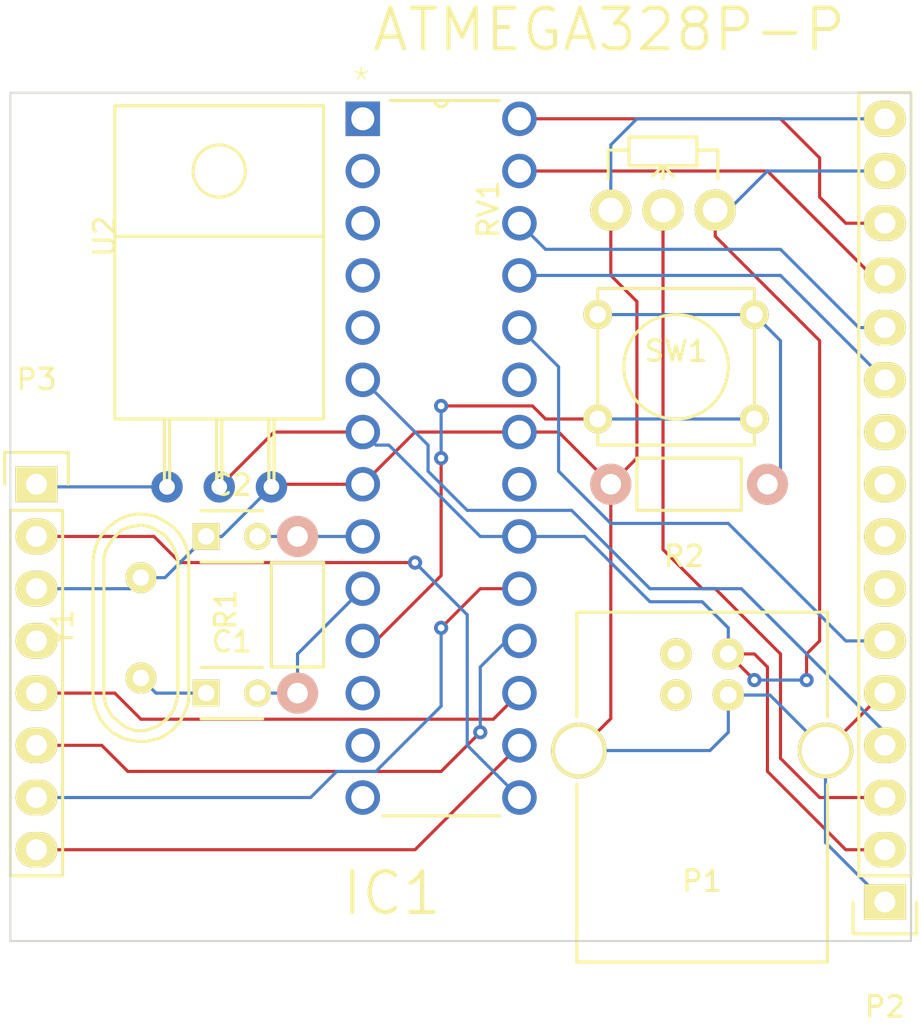
<source format=kicad_pcb>
(kicad_pcb (version 4) (host pcbnew 4.0.4-1.fc25-product)

  (general
    (links 43)
    (no_connects 2)
    (area 100.504028 67.749928 156.917163 117.8874)
    (thickness 1.6)
    (drawings 5)
    (tracks 146)
    (zones 0)
    (modules 12)
    (nets 36)
  )

  (page A4)
  (layers
    (0 F.Cu signal)
    (31 B.Cu signal)
    (34 B.Paste user)
    (35 F.Paste user)
    (36 B.SilkS user)
    (37 F.SilkS user)
    (38 B.Mask user)
    (39 F.Mask user)
    (40 Dwgs.User user)
    (41 Cmts.User user)
    (42 Eco1.User user)
    (43 Eco2.User user)
    (44 Edge.Cuts user)
    (45 Margin user)
  )

  (setup
    (last_trace_width 0.1524)
    (trace_clearance 0.1524)
    (zone_clearance 0.508)
    (zone_45_only yes)
    (trace_min 0.1524)
    (segment_width 0.2)
    (edge_width 0.1)
    (via_size 0.6858)
    (via_drill 0.3302)
    (via_min_size 0.6858)
    (via_min_drill 0.3302)
    (uvia_size 0.762)
    (uvia_drill 0.508)
    (uvias_allowed no)
    (uvia_min_size 0)
    (uvia_min_drill 0)
    (pcb_text_width 0.3)
    (pcb_text_size 1.5 1.5)
    (mod_edge_width 0.15)
    (mod_text_size 1 1)
    (mod_text_width 0.15)
    (pad_size 2.032 1.7272)
    (pad_drill 1.016)
    (pad_to_mask_clearance 0)
    (aux_axis_origin 0 0)
    (visible_elements FFFFFF7F)
    (pcbplotparams
      (layerselection 0x00030_80000001)
      (usegerberextensions false)
      (excludeedgelayer true)
      (linewidth 0.100000)
      (plotframeref false)
      (viasonmask false)
      (mode 1)
      (useauxorigin false)
      (hpglpennumber 1)
      (hpglpenspeed 20)
      (hpglpendiameter 15)
      (hpglpenoverlay 2)
      (psnegative false)
      (psa4output false)
      (plotreference true)
      (plotvalue true)
      (plotinvisibletext false)
      (padsonsilk false)
      (subtractmaskfromsilk false)
      (outputformat 1)
      (mirror false)
      (drillshape 1)
      (scaleselection 1)
      (outputdirectory ""))
  )

  (net 0 "")
  (net 1 GND)
  (net 2 XTAL)
  (net 3 RESET)
  (net 4 "PIN0(RX)")
  (net 5 "PIN1(TX)")
  (net 6 PIN2)
  (net 7 "PIN3(PWM)")
  (net 8 PIN4)
  (net 9 VCC)
  (net 10 PIN5)
  (net 11 "PIN6(PWM)")
  (net 12 PIN7)
  (net 13 PIN8)
  (net 14 PIN9)
  (net 15 PIN10)
  (net 16 PIN11)
  (net 17 PIN12)
  (net 18 PIN13)
  (net 19 AREF)
  (net 20 A0)
  (net 21 A1)
  (net 22 A2)
  (net 23 A3)
  (net 24 A4)
  (net 25 A5)
  (net 26 "Net-(P1-Pad2)")
  (net 27 "Net-(P1-Pad3)")
  (net 28 "Net-(P2-Pad3)")
  (net 29 "Net-(P2-Pad7)")
  (net 30 "Net-(P2-Pad8)")
  (net 31 "Net-(P2-Pad9)")
  (net 32 "Net-(P2-Pad10)")
  (net 33 +3V3)
  (net 34 "Net-(P3-Pad4)")
  (net 35 "Net-(R2-Pad1)")

  (net_class Default "This is the default net class."
    (clearance 0.1524)
    (trace_width 0.1524)
    (via_dia 0.6858)
    (via_drill 0.3302)
    (uvia_dia 0.762)
    (uvia_drill 0.508)
    (add_net +3V3)
    (add_net A0)
    (add_net A1)
    (add_net A2)
    (add_net A3)
    (add_net A4)
    (add_net A5)
    (add_net AREF)
    (add_net GND)
    (add_net "Net-(P1-Pad2)")
    (add_net "Net-(P1-Pad3)")
    (add_net "Net-(P2-Pad10)")
    (add_net "Net-(P2-Pad3)")
    (add_net "Net-(P2-Pad7)")
    (add_net "Net-(P2-Pad8)")
    (add_net "Net-(P2-Pad9)")
    (add_net "Net-(P3-Pad4)")
    (add_net "Net-(R2-Pad1)")
    (add_net "PIN0(RX)")
    (add_net "PIN1(TX)")
    (add_net PIN10)
    (add_net PIN11)
    (add_net PIN12)
    (add_net PIN13)
    (add_net PIN2)
    (add_net "PIN3(PWM)")
    (add_net PIN4)
    (add_net PIN5)
    (add_net "PIN6(PWM)")
    (add_net PIN7)
    (add_net PIN8)
    (add_net PIN9)
    (add_net RESET)
    (add_net VCC)
    (add_net XTAL)
  )

  (module Connect:USB_B (layer F.Cu) (tedit 58B9A434) (tstamp 58B9CA94)
    (at 142.24 99.695 270)
    (descr "USB B connector")
    (tags "USB_B USB_DEV")
    (path /58B9A39A)
    (fp_text reference P1 (at 11.049 1.27 360) (layer F.SilkS)
      (effects (font (size 1 1) (thickness 0.15)))
    )
    (fp_text value USB_B (at 4.699 1.27 360) (layer F.Fab)
      (effects (font (size 1 1) (thickness 0.15)))
    )
    (fp_line (start 15.25 8.9) (end -2.3 8.9) (layer F.CrtYd) (width 0.05))
    (fp_line (start -2.3 8.9) (end -2.3 -6.35) (layer F.CrtYd) (width 0.05))
    (fp_line (start -2.3 -6.35) (end 15.25 -6.35) (layer F.CrtYd) (width 0.05))
    (fp_line (start 15.25 -6.35) (end 15.25 8.9) (layer F.CrtYd) (width 0.05))
    (fp_line (start 6.35 7.366) (end 14.986 7.366) (layer F.SilkS) (width 0.15))
    (fp_line (start -2.032 7.366) (end 3.048 7.366) (layer F.SilkS) (width 0.15))
    (fp_line (start 6.35 -4.826) (end 14.986 -4.826) (layer F.SilkS) (width 0.15))
    (fp_line (start -2.032 -4.826) (end 3.048 -4.826) (layer F.SilkS) (width 0.15))
    (fp_line (start 14.986 -4.826) (end 14.986 7.366) (layer F.SilkS) (width 0.15))
    (fp_line (start -2.032 7.366) (end -2.032 -4.826) (layer F.SilkS) (width 0.15))
    (pad 2 thru_hole circle (at 0 2.54 180) (size 1.524 1.524) (drill 0.8128) (layers *.Cu *.Mask F.SilkS)
      (net 26 "Net-(P1-Pad2)"))
    (pad 1 thru_hole circle (at 0 0 180) (size 1.524 1.524) (drill 0.8128) (layers *.Cu *.Mask F.SilkS)
      (net 9 VCC))
    (pad 4 thru_hole circle (at 1.99898 0 180) (size 1.524 1.524) (drill 0.8128) (layers *.Cu *.Mask F.SilkS)
      (net 1 GND))
    (pad 3 thru_hole circle (at 1.99898 2.54 180) (size 1.524 1.524) (drill 0.8128) (layers *.Cu *.Mask F.SilkS)
      (net 27 "Net-(P1-Pad3)"))
    (pad 5 thru_hole circle (at 4.699 7.26948 180) (size 2.70002 2.70002) (drill 2.30124) (layers *.Cu *.Mask F.SilkS)
      (net 1 GND))
    (pad 5 thru_hole circle (at 4.699 -4.72948 180) (size 2.70002 2.70002) (drill 2.30124) (layers *.Cu *.Mask F.SilkS)
      (net 1 GND))
    (model Connect.3dshapes/USB_B.wrl
      (at (xyz 0.185 -0.05 0.001))
      (scale (xyz 0.3937 0.3937 0.3937))
      (rotate (xyz 0 0 -90))
    )
  )

  (module Capacitors_ThroughHole:C_Disc_D3_P2.5 (layer F.Cu) (tedit 0) (tstamp 58B9CA5A)
    (at 116.84 101.6)
    (descr "Capacitor 3mm Disc, Pitch 2.5mm")
    (tags Capacitor)
    (path /58B59B92)
    (fp_text reference C1 (at 1.25 -2.5) (layer F.SilkS)
      (effects (font (size 1 1) (thickness 0.15)))
    )
    (fp_text value 22pF (at 1.25 2.5) (layer F.Fab)
      (effects (font (size 1 1) (thickness 0.15)))
    )
    (fp_line (start -0.9 -1.5) (end 3.4 -1.5) (layer F.CrtYd) (width 0.05))
    (fp_line (start 3.4 -1.5) (end 3.4 1.5) (layer F.CrtYd) (width 0.05))
    (fp_line (start 3.4 1.5) (end -0.9 1.5) (layer F.CrtYd) (width 0.05))
    (fp_line (start -0.9 1.5) (end -0.9 -1.5) (layer F.CrtYd) (width 0.05))
    (fp_line (start -0.25 -1.25) (end 2.75 -1.25) (layer F.SilkS) (width 0.15))
    (fp_line (start 2.75 1.25) (end -0.25 1.25) (layer F.SilkS) (width 0.15))
    (pad 1 thru_hole rect (at 0 0) (size 1.3 1.3) (drill 0.8) (layers *.Cu *.Mask F.SilkS)
      (net 1 GND))
    (pad 2 thru_hole circle (at 2.5 0) (size 1.3 1.3) (drill 0.8001) (layers *.Cu *.Mask F.SilkS)
      (net 2 XTAL))
    (model Capacitors_ThroughHole.3dshapes/C_Disc_D3_P2.5.wrl
      (at (xyz 0.0492126 0 0))
      (scale (xyz 1 1 1))
      (rotate (xyz 0 0 0))
    )
  )

  (module Capacitors_ThroughHole:C_Disc_D3_P2.5 (layer F.Cu) (tedit 0) (tstamp 58B9CA60)
    (at 116.84 93.98)
    (descr "Capacitor 3mm Disc, Pitch 2.5mm")
    (tags Capacitor)
    (path /58B59BCF)
    (fp_text reference C2 (at 1.25 -2.5) (layer F.SilkS)
      (effects (font (size 1 1) (thickness 0.15)))
    )
    (fp_text value 22pF (at 1.25 2.5) (layer F.Fab)
      (effects (font (size 1 1) (thickness 0.15)))
    )
    (fp_line (start -0.9 -1.5) (end 3.4 -1.5) (layer F.CrtYd) (width 0.05))
    (fp_line (start 3.4 -1.5) (end 3.4 1.5) (layer F.CrtYd) (width 0.05))
    (fp_line (start 3.4 1.5) (end -0.9 1.5) (layer F.CrtYd) (width 0.05))
    (fp_line (start -0.9 1.5) (end -0.9 -1.5) (layer F.CrtYd) (width 0.05))
    (fp_line (start -0.25 -1.25) (end 2.75 -1.25) (layer F.SilkS) (width 0.15))
    (fp_line (start 2.75 1.25) (end -0.25 1.25) (layer F.SilkS) (width 0.15))
    (pad 1 thru_hole rect (at 0 0) (size 1.3 1.3) (drill 0.8) (layers *.Cu *.Mask F.SilkS)
      (net 1 GND))
    (pad 2 thru_hole circle (at 2.5 0) (size 1.3 1.3) (drill 0.8001) (layers *.Cu *.Mask F.SilkS)
      (net 2 XTAL))
    (model Capacitors_ThroughHole.3dshapes/C_Disc_D3_P2.5.wrl
      (at (xyz 0.0492126 0 0))
      (scale (xyz 1 1 1))
      (rotate (xyz 0 0 0))
    )
  )

  (module Atmel_By_element14_Batch_1-00:DIP254P762X457-28 (layer F.Cu) (tedit 0) (tstamp 58B9CA80)
    (at 132.08 106.68)
    (path /58B470D5)
    (fp_text reference IC1 (at -8.7376 5.8166) (layer F.SilkS)
      (effects (font (size 1.97866 1.97866) (thickness 0.20828)) (justify left bottom))
    )
    (fp_text value ATMEGA328P-P (at -7.2644 -36.195) (layer F.SilkS)
      (effects (font (size 1.97866 1.97866) (thickness 0.20828)) (justify left bottom))
    )
    (fp_line (start -6.6548 0.889) (end -0.9652 0.889) (layer F.SilkS) (width 0.1524))
    (fp_line (start -0.9652 -33.909) (end -3.5052 -33.909) (layer F.SilkS) (width 0.1524))
    (fp_line (start -3.5052 -33.909) (end -4.1148 -33.909) (layer F.SilkS) (width 0.1524))
    (fp_line (start -4.1148 -33.909) (end -6.2992 -33.909) (layer F.SilkS) (width 0.1524))
    (fp_arc (start -3.81 -33.909) (end -3.5052 -33.909) (angle 180) (layer F.SilkS) (width 0.1524))
    (fp_text user * (at -8.2042 -34.1376) (layer F.SilkS)
      (effects (font (size 1.2065 1.2065) (thickness 0.0762)) (justify left bottom))
    )
    (fp_line (start -7.5692 -32.4612) (end -7.5692 -33.5788) (layer Dwgs.User) (width 0))
    (fp_line (start -7.5692 -33.5788) (end -8.1788 -33.5788) (layer Dwgs.User) (width 0))
    (fp_line (start -8.1788 -33.5788) (end -8.1788 -32.4612) (layer Dwgs.User) (width 0))
    (fp_line (start -8.1788 -32.4612) (end -7.5692 -32.4612) (layer Dwgs.User) (width 0))
    (fp_line (start -7.5692 -29.9212) (end -7.5692 -31.0388) (layer Dwgs.User) (width 0))
    (fp_line (start -7.5692 -31.0388) (end -8.1788 -31.0388) (layer Dwgs.User) (width 0))
    (fp_line (start -8.1788 -31.0388) (end -8.1788 -29.9212) (layer Dwgs.User) (width 0))
    (fp_line (start -8.1788 -29.9212) (end -7.5692 -29.9212) (layer Dwgs.User) (width 0))
    (fp_line (start -7.5692 -27.3812) (end -7.5692 -28.4988) (layer Dwgs.User) (width 0))
    (fp_line (start -7.5692 -28.4988) (end -8.1788 -28.4988) (layer Dwgs.User) (width 0))
    (fp_line (start -8.1788 -28.4988) (end -8.1788 -27.3812) (layer Dwgs.User) (width 0))
    (fp_line (start -8.1788 -27.3812) (end -7.5692 -27.3812) (layer Dwgs.User) (width 0))
    (fp_line (start -7.5692 -24.8412) (end -7.5692 -25.9588) (layer Dwgs.User) (width 0))
    (fp_line (start -7.5692 -25.9588) (end -8.1788 -25.9588) (layer Dwgs.User) (width 0))
    (fp_line (start -8.1788 -25.9588) (end -8.1788 -24.8412) (layer Dwgs.User) (width 0))
    (fp_line (start -8.1788 -24.8412) (end -7.5692 -24.8412) (layer Dwgs.User) (width 0))
    (fp_line (start -7.5692 -22.3012) (end -7.5692 -23.4188) (layer Dwgs.User) (width 0))
    (fp_line (start -7.5692 -23.4188) (end -8.1788 -23.4188) (layer Dwgs.User) (width 0))
    (fp_line (start -8.1788 -23.4188) (end -8.1788 -22.3012) (layer Dwgs.User) (width 0))
    (fp_line (start -8.1788 -22.3012) (end -7.5692 -22.3012) (layer Dwgs.User) (width 0))
    (fp_line (start -7.5692 -19.7612) (end -7.5692 -20.8788) (layer Dwgs.User) (width 0))
    (fp_line (start -7.5692 -20.8788) (end -8.1788 -20.8788) (layer Dwgs.User) (width 0))
    (fp_line (start -8.1788 -20.8788) (end -8.1788 -19.7612) (layer Dwgs.User) (width 0))
    (fp_line (start -8.1788 -19.7612) (end -7.5692 -19.7612) (layer Dwgs.User) (width 0))
    (fp_line (start -7.5692 -17.2212) (end -7.5692 -18.3388) (layer Dwgs.User) (width 0))
    (fp_line (start -7.5692 -18.3388) (end -8.1788 -18.3388) (layer Dwgs.User) (width 0))
    (fp_line (start -8.1788 -18.3388) (end -8.1788 -17.2212) (layer Dwgs.User) (width 0))
    (fp_line (start -8.1788 -17.2212) (end -7.5692 -17.2212) (layer Dwgs.User) (width 0))
    (fp_line (start -7.5692 -14.6812) (end -7.5692 -15.7988) (layer Dwgs.User) (width 0))
    (fp_line (start -7.5692 -15.7988) (end -8.1788 -15.7988) (layer Dwgs.User) (width 0))
    (fp_line (start -8.1788 -15.7988) (end -8.1788 -14.6812) (layer Dwgs.User) (width 0))
    (fp_line (start -8.1788 -14.6812) (end -7.5692 -14.6812) (layer Dwgs.User) (width 0))
    (fp_line (start -7.5438 -12.1412) (end -7.5692 -13.2588) (layer Dwgs.User) (width 0))
    (fp_line (start -7.5692 -13.2588) (end -8.1788 -13.2588) (layer Dwgs.User) (width 0))
    (fp_line (start -8.1788 -13.2588) (end -8.1788 -12.1412) (layer Dwgs.User) (width 0))
    (fp_line (start -8.1788 -12.1412) (end -7.5438 -12.1412) (layer Dwgs.User) (width 0))
    (fp_line (start -7.5438 -9.6012) (end -7.5438 -10.7188) (layer Dwgs.User) (width 0))
    (fp_line (start -7.5438 -10.7188) (end -8.1788 -10.7188) (layer Dwgs.User) (width 0))
    (fp_line (start -8.1788 -10.7188) (end -8.1788 -9.6012) (layer Dwgs.User) (width 0))
    (fp_line (start -8.1788 -9.6012) (end -7.5438 -9.6012) (layer Dwgs.User) (width 0))
    (fp_line (start -7.5438 -7.0612) (end -7.5438 -8.1788) (layer Dwgs.User) (width 0))
    (fp_line (start -7.5438 -8.1788) (end -8.1788 -8.1788) (layer Dwgs.User) (width 0))
    (fp_line (start -8.1788 -8.1788) (end -8.1788 -7.0612) (layer Dwgs.User) (width 0))
    (fp_line (start -8.1788 -7.0612) (end -7.5438 -7.0612) (layer Dwgs.User) (width 0))
    (fp_line (start -7.5438 -4.5212) (end -7.5438 -5.6388) (layer Dwgs.User) (width 0))
    (fp_line (start -7.5438 -5.6388) (end -8.1788 -5.6388) (layer Dwgs.User) (width 0))
    (fp_line (start -8.1788 -5.6388) (end -8.1788 -4.5212) (layer Dwgs.User) (width 0))
    (fp_line (start -8.1788 -4.5212) (end -7.5438 -4.5212) (layer Dwgs.User) (width 0))
    (fp_line (start -7.5438 -1.9812) (end -7.5438 -3.0988) (layer Dwgs.User) (width 0))
    (fp_line (start -7.5438 -3.0988) (end -8.1788 -3.0988) (layer Dwgs.User) (width 0))
    (fp_line (start -8.1788 -3.0988) (end -8.1788 -1.9812) (layer Dwgs.User) (width 0))
    (fp_line (start -8.1788 -1.9812) (end -7.5438 -1.9812) (layer Dwgs.User) (width 0))
    (fp_line (start -7.5438 0.5588) (end -7.5438 -0.5588) (layer Dwgs.User) (width 0))
    (fp_line (start -7.5438 -0.5588) (end -8.1788 -0.5588) (layer Dwgs.User) (width 0))
    (fp_line (start -8.1788 -0.5588) (end -8.1788 0.5588) (layer Dwgs.User) (width 0))
    (fp_line (start -8.1788 0.5588) (end -7.5438 0.5588) (layer Dwgs.User) (width 0))
    (fp_line (start -0.0762 -0.5588) (end -0.0508 0.5588) (layer Dwgs.User) (width 0))
    (fp_line (start -0.0508 0.5588) (end 0.5588 0.5588) (layer Dwgs.User) (width 0))
    (fp_line (start 0.5588 0.5588) (end 0.5588 -0.5588) (layer Dwgs.User) (width 0))
    (fp_line (start 0.5588 -0.5588) (end -0.0762 -0.5588) (layer Dwgs.User) (width 0))
    (fp_line (start -0.0762 -3.0988) (end -0.0508 -1.9812) (layer Dwgs.User) (width 0))
    (fp_line (start -0.0508 -1.9812) (end 0.5588 -1.9812) (layer Dwgs.User) (width 0))
    (fp_line (start 0.5588 -1.9812) (end 0.5588 -3.0988) (layer Dwgs.User) (width 0))
    (fp_line (start 0.5588 -3.0988) (end -0.0762 -3.0988) (layer Dwgs.User) (width 0))
    (fp_line (start -0.0762 -5.6388) (end -0.0762 -4.5212) (layer Dwgs.User) (width 0))
    (fp_line (start -0.0762 -4.5212) (end 0.5588 -4.5212) (layer Dwgs.User) (width 0))
    (fp_line (start 0.5588 -4.5212) (end 0.5588 -5.6388) (layer Dwgs.User) (width 0))
    (fp_line (start 0.5588 -5.6388) (end -0.0762 -5.6388) (layer Dwgs.User) (width 0))
    (fp_line (start -0.0762 -8.1788) (end -0.0762 -7.0612) (layer Dwgs.User) (width 0))
    (fp_line (start -0.0762 -7.0612) (end 0.5588 -7.0612) (layer Dwgs.User) (width 0))
    (fp_line (start 0.5588 -7.0612) (end 0.5588 -8.1788) (layer Dwgs.User) (width 0))
    (fp_line (start 0.5588 -8.1788) (end -0.0762 -8.1788) (layer Dwgs.User) (width 0))
    (fp_line (start -0.0762 -10.7188) (end -0.0762 -9.6012) (layer Dwgs.User) (width 0))
    (fp_line (start -0.0762 -9.6012) (end 0.5588 -9.6012) (layer Dwgs.User) (width 0))
    (fp_line (start 0.5588 -9.6012) (end 0.5588 -10.7188) (layer Dwgs.User) (width 0))
    (fp_line (start 0.5588 -10.7188) (end -0.0762 -10.7188) (layer Dwgs.User) (width 0))
    (fp_line (start -0.0762 -13.2588) (end -0.0762 -12.1412) (layer Dwgs.User) (width 0))
    (fp_line (start -0.0762 -12.1412) (end 0.5588 -12.1412) (layer Dwgs.User) (width 0))
    (fp_line (start 0.5588 -12.1412) (end 0.5588 -13.2588) (layer Dwgs.User) (width 0))
    (fp_line (start 0.5588 -13.2588) (end -0.0762 -13.2588) (layer Dwgs.User) (width 0))
    (fp_line (start -0.0762 -15.7988) (end -0.0762 -14.6812) (layer Dwgs.User) (width 0))
    (fp_line (start -0.0762 -14.6812) (end 0.5588 -14.6812) (layer Dwgs.User) (width 0))
    (fp_line (start 0.5588 -14.6812) (end 0.5588 -15.7988) (layer Dwgs.User) (width 0))
    (fp_line (start 0.5588 -15.7988) (end -0.0762 -15.7988) (layer Dwgs.User) (width 0))
    (fp_line (start -0.0762 -18.3388) (end -0.0762 -17.2212) (layer Dwgs.User) (width 0))
    (fp_line (start -0.0762 -17.2212) (end 0.5588 -17.2212) (layer Dwgs.User) (width 0))
    (fp_line (start 0.5588 -17.2212) (end 0.5588 -18.3388) (layer Dwgs.User) (width 0))
    (fp_line (start 0.5588 -18.3388) (end -0.0762 -18.3388) (layer Dwgs.User) (width 0))
    (fp_line (start -0.0762 -20.8788) (end -0.0762 -19.7612) (layer Dwgs.User) (width 0))
    (fp_line (start -0.0762 -19.7612) (end 0.5588 -19.7612) (layer Dwgs.User) (width 0))
    (fp_line (start 0.5588 -19.7612) (end 0.5588 -20.8788) (layer Dwgs.User) (width 0))
    (fp_line (start 0.5588 -20.8788) (end -0.0762 -20.8788) (layer Dwgs.User) (width 0))
    (fp_line (start -0.0762 -23.4188) (end -0.0762 -22.3012) (layer Dwgs.User) (width 0))
    (fp_line (start -0.0762 -22.3012) (end 0.5588 -22.3012) (layer Dwgs.User) (width 0))
    (fp_line (start 0.5588 -22.3012) (end 0.5588 -23.4188) (layer Dwgs.User) (width 0))
    (fp_line (start 0.5588 -23.4188) (end -0.0762 -23.4188) (layer Dwgs.User) (width 0))
    (fp_line (start -0.0762 -25.9588) (end -0.0762 -24.8412) (layer Dwgs.User) (width 0))
    (fp_line (start -0.0762 -24.8412) (end 0.5588 -24.8412) (layer Dwgs.User) (width 0))
    (fp_line (start 0.5588 -24.8412) (end 0.5588 -25.9588) (layer Dwgs.User) (width 0))
    (fp_line (start 0.5588 -25.9588) (end -0.0762 -25.9588) (layer Dwgs.User) (width 0))
    (fp_line (start -0.0762 -28.4988) (end -0.0762 -27.3812) (layer Dwgs.User) (width 0))
    (fp_line (start -0.0762 -27.3812) (end 0.5588 -27.3812) (layer Dwgs.User) (width 0))
    (fp_line (start 0.5588 -27.3812) (end 0.5588 -28.4988) (layer Dwgs.User) (width 0))
    (fp_line (start 0.5588 -28.4988) (end -0.0762 -28.4988) (layer Dwgs.User) (width 0))
    (fp_line (start -0.0762 -31.0388) (end -0.0762 -29.9212) (layer Dwgs.User) (width 0))
    (fp_line (start -0.0762 -29.9212) (end 0.5588 -29.9212) (layer Dwgs.User) (width 0))
    (fp_line (start 0.5588 -29.9212) (end 0.5588 -31.0388) (layer Dwgs.User) (width 0))
    (fp_line (start 0.5588 -31.0388) (end -0.0762 -31.0388) (layer Dwgs.User) (width 0))
    (fp_line (start -0.0762 -33.5788) (end -0.0762 -32.4612) (layer Dwgs.User) (width 0))
    (fp_line (start -0.0762 -32.4612) (end 0.5588 -32.4612) (layer Dwgs.User) (width 0))
    (fp_line (start 0.5588 -32.4612) (end 0.5588 -33.5788) (layer Dwgs.User) (width 0))
    (fp_line (start 0.5588 -33.5788) (end -0.0762 -33.5788) (layer Dwgs.User) (width 0))
    (fp_line (start -7.5692 0.889) (end -0.0508 0.889) (layer Dwgs.User) (width 0))
    (fp_line (start -0.0508 0.889) (end -0.0508 -33.909) (layer Dwgs.User) (width 0))
    (fp_line (start -0.0508 -33.909) (end -3.5052 -33.909) (layer Dwgs.User) (width 0))
    (fp_line (start -3.5052 -33.909) (end -4.1148 -33.909) (layer Dwgs.User) (width 0))
    (fp_line (start -4.1148 -33.909) (end -7.5692 -33.909) (layer Dwgs.User) (width 0))
    (fp_line (start -7.5692 -33.909) (end -7.5692 0.889) (layer Dwgs.User) (width 0))
    (fp_arc (start -3.81 -33.909) (end -3.5052 -33.909) (angle 180) (layer Dwgs.User) (width 0))
    (fp_text user * (at -8.2042 -34.1376) (layer Dwgs.User)
      (effects (font (size 1.2065 1.2065) (thickness 0.0762)) (justify left bottom))
    )
    (pad 1 thru_hole rect (at -7.62 -33.02) (size 1.6764 1.6764) (drill 1.1176) (layers *.Cu *.Mask)
      (net 3 RESET))
    (pad 2 thru_hole circle (at -7.62 -30.48) (size 1.6764 1.6764) (drill 1.1176) (layers *.Cu *.Mask)
      (net 4 "PIN0(RX)"))
    (pad 3 thru_hole circle (at -7.62 -27.94) (size 1.6764 1.6764) (drill 1.1176) (layers *.Cu *.Mask)
      (net 5 "PIN1(TX)"))
    (pad 4 thru_hole circle (at -7.62 -25.4) (size 1.6764 1.6764) (drill 1.1176) (layers *.Cu *.Mask)
      (net 6 PIN2))
    (pad 5 thru_hole circle (at -7.62 -22.86) (size 1.6764 1.6764) (drill 1.1176) (layers *.Cu *.Mask)
      (net 7 "PIN3(PWM)"))
    (pad 6 thru_hole circle (at -7.62 -20.32) (size 1.6764 1.6764) (drill 1.1176) (layers *.Cu *.Mask)
      (net 8 PIN4))
    (pad 7 thru_hole circle (at -7.62 -17.78) (size 1.6764 1.6764) (drill 1.1176) (layers *.Cu *.Mask)
      (net 9 VCC))
    (pad 8 thru_hole circle (at -7.62 -15.24) (size 1.6764 1.6764) (drill 1.1176) (layers *.Cu *.Mask)
      (net 1 GND))
    (pad 9 thru_hole circle (at -7.62 -12.7) (size 1.6764 1.6764) (drill 1.1176) (layers *.Cu *.Mask)
      (net 2 XTAL))
    (pad 10 thru_hole circle (at -7.62 -10.16) (size 1.6764 1.6764) (drill 1.1176) (layers *.Cu *.Mask)
      (net 2 XTAL))
    (pad 11 thru_hole circle (at -7.62 -7.62) (size 1.6764 1.6764) (drill 1.1176) (layers *.Cu *.Mask)
      (net 10 PIN5))
    (pad 12 thru_hole circle (at -7.62 -5.08) (size 1.6764 1.6764) (drill 1.1176) (layers *.Cu *.Mask)
      (net 11 "PIN6(PWM)"))
    (pad 13 thru_hole circle (at -7.62 -2.54) (size 1.6764 1.6764) (drill 1.1176) (layers *.Cu *.Mask)
      (net 12 PIN7))
    (pad 14 thru_hole circle (at -7.62 0) (size 1.6764 1.6764) (drill 1.1176) (layers *.Cu *.Mask)
      (net 13 PIN8))
    (pad 15 thru_hole circle (at 0 0) (size 1.6764 1.6764) (drill 1.1176) (layers *.Cu *.Mask)
      (net 14 PIN9))
    (pad 16 thru_hole circle (at 0 -2.54) (size 1.6764 1.6764) (drill 1.1176) (layers *.Cu *.Mask)
      (net 15 PIN10))
    (pad 17 thru_hole circle (at 0 -5.08) (size 1.6764 1.6764) (drill 1.1176) (layers *.Cu *.Mask)
      (net 16 PIN11))
    (pad 18 thru_hole circle (at 0 -7.62) (size 1.6764 1.6764) (drill 1.1176) (layers *.Cu *.Mask)
      (net 17 PIN12))
    (pad 19 thru_hole circle (at 0 -10.16) (size 1.6764 1.6764) (drill 1.1176) (layers *.Cu *.Mask)
      (net 18 PIN13))
    (pad 20 thru_hole circle (at 0 -12.7) (size 1.6764 1.6764) (drill 1.1176) (layers *.Cu *.Mask)
      (net 9 VCC))
    (pad 21 thru_hole circle (at 0 -15.24) (size 1.6764 1.6764) (drill 1.1176) (layers *.Cu *.Mask)
      (net 19 AREF))
    (pad 22 thru_hole circle (at 0 -17.78) (size 1.6764 1.6764) (drill 1.1176) (layers *.Cu *.Mask)
      (net 1 GND))
    (pad 23 thru_hole circle (at 0 -20.32) (size 1.6764 1.6764) (drill 1.1176) (layers *.Cu *.Mask)
      (net 20 A0))
    (pad 24 thru_hole circle (at 0 -22.86) (size 1.6764 1.6764) (drill 1.1176) (layers *.Cu *.Mask)
      (net 21 A1))
    (pad 25 thru_hole circle (at 0 -25.4) (size 1.6764 1.6764) (drill 1.1176) (layers *.Cu *.Mask)
      (net 22 A2))
    (pad 26 thru_hole circle (at 0 -27.94) (size 1.6764 1.6764) (drill 1.1176) (layers *.Cu *.Mask)
      (net 23 A3))
    (pad 27 thru_hole circle (at 0 -30.48) (size 1.6764 1.6764) (drill 1.1176) (layers *.Cu *.Mask)
      (net 24 A4))
    (pad 28 thru_hole circle (at 0 -33.02) (size 1.6764 1.6764) (drill 1.1176) (layers *.Cu *.Mask)
      (net 25 A5))
  )

  (module Pin_Headers:Pin_Header_Straight_1x16 (layer F.Cu) (tedit 58C040E8) (tstamp 58B9CAA8)
    (at 149.86 111.76 180)
    (descr "Through hole pin header")
    (tags "pin header")
    (path /58B7136F)
    (fp_text reference P2 (at 0 -5.1 180) (layer F.SilkS)
      (effects (font (size 1 1) (thickness 0.15)))
    )
    (fp_text value "CONN_01X16(LCD)" (at 0 -3.1 180) (layer F.Fab)
      (effects (font (size 1 1) (thickness 0.15)))
    )
    (fp_line (start -1.75 -1.75) (end -1.75 39.85) (layer F.CrtYd) (width 0.05))
    (fp_line (start 1.75 -1.75) (end 1.75 39.85) (layer F.CrtYd) (width 0.05))
    (fp_line (start -1.75 -1.75) (end 1.75 -1.75) (layer F.CrtYd) (width 0.05))
    (fp_line (start -1.75 39.85) (end 1.75 39.85) (layer F.CrtYd) (width 0.05))
    (fp_line (start -1.27 1.27) (end -1.27 39.37) (layer F.SilkS) (width 0.15))
    (fp_line (start -1.27 39.37) (end 1.27 39.37) (layer F.SilkS) (width 0.15))
    (fp_line (start 1.27 39.37) (end 1.27 1.27) (layer F.SilkS) (width 0.15))
    (fp_line (start 1.55 -1.55) (end 1.55 0) (layer F.SilkS) (width 0.15))
    (fp_line (start 1.27 1.27) (end -1.27 1.27) (layer F.SilkS) (width 0.15))
    (fp_line (start -1.55 0) (end -1.55 -1.55) (layer F.SilkS) (width 0.15))
    (fp_line (start -1.55 -1.55) (end 1.55 -1.55) (layer F.SilkS) (width 0.15))
    (pad 1 thru_hole rect (at 0 0 180) (size 2.032 1.7272) (drill 1.016) (layers *.Cu *.Mask F.SilkS)
      (net 1 GND))
    (pad 2 thru_hole oval (at 0 2.54 180) (size 2.032 1.7272) (drill 1.016) (layers *.Cu *.Mask F.SilkS)
      (net 9 VCC))
    (pad 3 thru_hole oval (at 0 5.08 180) (size 2.032 1.7272) (drill 1.016) (layers *.Cu *.Mask F.SilkS)
      (net 28 "Net-(P2-Pad3)"))
    (pad 4 thru_hole oval (at 0 7.62 180) (size 2.032 1.7272) (drill 1.016) (layers *.Cu *.Mask F.SilkS)
      (net 8 PIN4))
    (pad 5 thru_hole oval (at 0 10.16 180) (size 2.032 1.7272) (drill 1.016) (layers *.Cu *.Mask F.SilkS)
      (net 1 GND))
    (pad 6 thru_hole oval (at 0 12.7 180) (size 2.032 1.7272) (drill 1.016) (layers *.Cu *.Mask F.SilkS)
      (net 21 A1))
    (pad 7 thru_hole oval (at 0 15.24 180) (size 2.032 1.7272) (drill 1.016) (layers *.Cu *.Mask F.SilkS)
      (net 29 "Net-(P2-Pad7)"))
    (pad 8 thru_hole oval (at 0 17.78 180) (size 2.032 1.7272) (drill 1.016) (layers *.Cu *.Mask F.SilkS)
      (net 30 "Net-(P2-Pad8)"))
    (pad 9 thru_hole oval (at 0 20.32 180) (size 2.032 1.7272) (drill 1.016) (layers *.Cu *.Mask F.SilkS)
      (net 31 "Net-(P2-Pad9)"))
    (pad 10 thru_hole oval (at 0 22.86 180) (size 2.032 1.7272) (drill 1.016) (layers *.Cu *.Mask F.SilkS)
      (net 32 "Net-(P2-Pad10)"))
    (pad 11 thru_hole oval (at 0 25.4 180) (size 2.032 1.7272) (drill 1.016) (layers *.Cu *.Mask F.SilkS)
      (net 22 A2))
    (pad 12 thru_hole oval (at 0 27.94 180) (size 2.032 1.7272) (drill 1.016) (layers *.Cu *.Mask F.SilkS)
      (net 23 A3))
    (pad 13 thru_hole oval (at 0 30.48 180) (size 2.032 1.7272) (drill 1.016) (layers *.Cu *.Mask F.SilkS)
      (net 24 A4))
    (pad 14 thru_hole oval (at 0 33.02 180) (size 2.032 1.7272) (drill 1.016) (layers *.Cu *.Mask F.SilkS)
      (net 25 A5))
    (pad 15 thru_hole oval (at 0 35.56 180) (size 2.032 1.7272) (drill 1.016) (layers *.Cu *.Mask F.SilkS)
      (net 9 VCC))
    (pad 16 thru_hole oval (at 0 38.1 180) (size 2.032 1.7272) (drill 1.016) (layers *.Cu *.Mask F.SilkS)
      (net 1 GND))
    (model Pin_Headers.3dshapes/Pin_Header_Straight_1x16.wrl
      (at (xyz 0 -0.75 0))
      (scale (xyz 1 1 1))
      (rotate (xyz 0 0 90))
    )
  )

  (module Pin_Headers:Pin_Header_Straight_1x08 (layer F.Cu) (tedit 0) (tstamp 58B9CAB4)
    (at 108.585 91.44)
    (descr "Through hole pin header")
    (tags "pin header")
    (path /58B7124A)
    (fp_text reference P3 (at 0 -5.1) (layer F.SilkS)
      (effects (font (size 1 1) (thickness 0.15)))
    )
    (fp_text value "CONN_01X08(RC522)" (at 0 -3.1) (layer F.Fab)
      (effects (font (size 1 1) (thickness 0.15)))
    )
    (fp_line (start -1.75 -1.75) (end -1.75 19.55) (layer F.CrtYd) (width 0.05))
    (fp_line (start 1.75 -1.75) (end 1.75 19.55) (layer F.CrtYd) (width 0.05))
    (fp_line (start -1.75 -1.75) (end 1.75 -1.75) (layer F.CrtYd) (width 0.05))
    (fp_line (start -1.75 19.55) (end 1.75 19.55) (layer F.CrtYd) (width 0.05))
    (fp_line (start 1.27 1.27) (end 1.27 19.05) (layer F.SilkS) (width 0.15))
    (fp_line (start 1.27 19.05) (end -1.27 19.05) (layer F.SilkS) (width 0.15))
    (fp_line (start -1.27 19.05) (end -1.27 1.27) (layer F.SilkS) (width 0.15))
    (fp_line (start 1.55 -1.55) (end 1.55 0) (layer F.SilkS) (width 0.15))
    (fp_line (start 1.27 1.27) (end -1.27 1.27) (layer F.SilkS) (width 0.15))
    (fp_line (start -1.55 0) (end -1.55 -1.55) (layer F.SilkS) (width 0.15))
    (fp_line (start -1.55 -1.55) (end 1.55 -1.55) (layer F.SilkS) (width 0.15))
    (pad 1 thru_hole rect (at 0 0) (size 2.032 1.7272) (drill 1.016) (layers *.Cu *.Mask F.SilkS)
      (net 33 +3V3))
    (pad 2 thru_hole oval (at 0 2.54) (size 2.032 1.7272) (drill 1.016) (layers *.Cu *.Mask F.SilkS)
      (net 14 PIN9))
    (pad 3 thru_hole oval (at 0 5.08) (size 2.032 1.7272) (drill 1.016) (layers *.Cu *.Mask F.SilkS)
      (net 1 GND))
    (pad 4 thru_hole oval (at 0 7.62) (size 2.032 1.7272) (drill 1.016) (layers *.Cu *.Mask F.SilkS)
      (net 34 "Net-(P3-Pad4)"))
    (pad 5 thru_hole oval (at 0 10.16) (size 2.032 1.7272) (drill 1.016) (layers *.Cu *.Mask F.SilkS)
      (net 16 PIN11))
    (pad 6 thru_hole oval (at 0 12.7) (size 2.032 1.7272) (drill 1.016) (layers *.Cu *.Mask F.SilkS)
      (net 17 PIN12))
    (pad 7 thru_hole oval (at 0 15.24) (size 2.032 1.7272) (drill 1.016) (layers *.Cu *.Mask F.SilkS)
      (net 18 PIN13))
    (pad 8 thru_hole oval (at 0 17.78) (size 2.032 1.7272) (drill 1.016) (layers *.Cu *.Mask F.SilkS)
      (net 15 PIN10))
    (model Pin_Headers.3dshapes/Pin_Header_Straight_1x08.wrl
      (at (xyz 0 -0.35 0))
      (scale (xyz 1 1 1))
      (rotate (xyz 0 0 90))
    )
  )

  (module Resistors_ThroughHole:Resistor_Horizontal_RM7mm (layer F.Cu) (tedit 569FCF07) (tstamp 58B9CABA)
    (at 121.285 101.6 90)
    (descr "Resistor, Axial,  RM 7.62mm, 1/3W,")
    (tags "Resistor Axial RM 7.62mm 1/3W R3")
    (path /58B59C70)
    (fp_text reference R1 (at 4.05892 -3.50012 90) (layer F.SilkS)
      (effects (font (size 1 1) (thickness 0.15)))
    )
    (fp_text value 1M (at 3.81 3.81 90) (layer F.Fab)
      (effects (font (size 1 1) (thickness 0.15)))
    )
    (fp_line (start -1.25 -1.5) (end 8.85 -1.5) (layer F.CrtYd) (width 0.05))
    (fp_line (start -1.25 1.5) (end -1.25 -1.5) (layer F.CrtYd) (width 0.05))
    (fp_line (start 8.85 -1.5) (end 8.85 1.5) (layer F.CrtYd) (width 0.05))
    (fp_line (start -1.25 1.5) (end 8.85 1.5) (layer F.CrtYd) (width 0.05))
    (fp_line (start 1.27 -1.27) (end 6.35 -1.27) (layer F.SilkS) (width 0.15))
    (fp_line (start 6.35 -1.27) (end 6.35 1.27) (layer F.SilkS) (width 0.15))
    (fp_line (start 6.35 1.27) (end 1.27 1.27) (layer F.SilkS) (width 0.15))
    (fp_line (start 1.27 1.27) (end 1.27 -1.27) (layer F.SilkS) (width 0.15))
    (pad 1 thru_hole circle (at 0 0 90) (size 1.99898 1.99898) (drill 1.00076) (layers *.Cu *.SilkS *.Mask)
      (net 2 XTAL))
    (pad 2 thru_hole circle (at 7.62 0 90) (size 1.99898 1.99898) (drill 1.00076) (layers *.Cu *.SilkS *.Mask)
      (net 2 XTAL))
  )

  (module Resistors_ThroughHole:Resistor_Horizontal_RM7mm (layer F.Cu) (tedit 569FCF07) (tstamp 58B9CAC0)
    (at 144.145 91.44 180)
    (descr "Resistor, Axial,  RM 7.62mm, 1/3W,")
    (tags "Resistor Axial RM 7.62mm 1/3W R3")
    (path /58B70F99)
    (fp_text reference R2 (at 4.05892 -3.50012 180) (layer F.SilkS)
      (effects (font (size 1 1) (thickness 0.15)))
    )
    (fp_text value 1M (at 3.81 3.81 180) (layer F.Fab)
      (effects (font (size 1 1) (thickness 0.15)))
    )
    (fp_line (start -1.25 -1.5) (end 8.85 -1.5) (layer F.CrtYd) (width 0.05))
    (fp_line (start -1.25 1.5) (end -1.25 -1.5) (layer F.CrtYd) (width 0.05))
    (fp_line (start 8.85 -1.5) (end 8.85 1.5) (layer F.CrtYd) (width 0.05))
    (fp_line (start -1.25 1.5) (end 8.85 1.5) (layer F.CrtYd) (width 0.05))
    (fp_line (start 1.27 -1.27) (end 6.35 -1.27) (layer F.SilkS) (width 0.15))
    (fp_line (start 6.35 -1.27) (end 6.35 1.27) (layer F.SilkS) (width 0.15))
    (fp_line (start 6.35 1.27) (end 1.27 1.27) (layer F.SilkS) (width 0.15))
    (fp_line (start 1.27 1.27) (end 1.27 -1.27) (layer F.SilkS) (width 0.15))
    (pad 1 thru_hole circle (at 0 0 180) (size 1.99898 1.99898) (drill 1.00076) (layers *.Cu *.SilkS *.Mask)
      (net 35 "Net-(R2-Pad1)"))
    (pad 2 thru_hole circle (at 7.62 0 180) (size 1.99898 1.99898) (drill 1.00076) (layers *.Cu *.SilkS *.Mask)
      (net 1 GND))
  )

  (module Potentiometers:Potentiometer_WirePads_Small (layer F.Cu) (tedit 5446FD75) (tstamp 58B9CAC7)
    (at 136.525 78.105 90)
    (descr "Potentiometer, Wire Pads only, small, RevA, 02 Aug 2010,")
    (tags "Potentiometer, Wire Pads only, small, RevA, 02 Aug 2010,")
    (path /58B5D03A)
    (fp_text reference RV1 (at 0.0508 -5.95884 90) (layer F.SilkS)
      (effects (font (size 1 1) (thickness 0.15)))
    )
    (fp_text value POT (at -1.34874 10.78992 90) (layer F.Fab)
      (effects (font (size 1 1) (thickness 0.15)))
    )
    (fp_line (start 2.921 4.191) (end 2.921 5.207) (layer F.SilkS) (width 0.15))
    (fp_line (start 2.921 5.207) (end 1.524 5.207) (layer F.SilkS) (width 0.15))
    (fp_line (start 2.921 0.889) (end 2.921 -0.127) (layer F.SilkS) (width 0.15))
    (fp_line (start 2.921 -0.127) (end 1.524 -0.127) (layer F.SilkS) (width 0.15))
    (fp_line (start 2.159 2.54) (end 1.524 2.54) (layer F.SilkS) (width 0.15))
    (fp_line (start 2.159 2.54) (end 1.651 3.048) (layer F.SilkS) (width 0.15))
    (fp_line (start 2.159 2.54) (end 1.651 2.032) (layer F.SilkS) (width 0.15))
    (fp_line (start 2.159 0.889) (end 3.556 0.889) (layer F.SilkS) (width 0.15))
    (fp_line (start 3.556 0.889) (end 3.556 4.191) (layer F.SilkS) (width 0.15))
    (fp_line (start 3.556 4.191) (end 2.159 4.191) (layer F.SilkS) (width 0.15))
    (fp_line (start 2.159 4.191) (end 2.159 0.889) (layer F.SilkS) (width 0.15))
    (pad 2 thru_hole circle (at 0 2.54 90) (size 1.99898 1.99898) (drill 1.19888) (layers *.Cu *.Mask F.SilkS)
      (net 28 "Net-(P2-Pad3)"))
    (pad 3 thru_hole circle (at 0 5.08 90) (size 1.99898 1.99898) (drill 1.19888) (layers *.Cu *.Mask F.SilkS)
      (net 9 VCC))
    (pad 1 thru_hole circle (at 0 0 90) (size 1.99898 1.99898) (drill 1.19888) (layers *.Cu *.Mask F.SilkS)
      (net 1 GND))
  )

  (module Buttons_Switches_ThroughHole:SW_PUSH_SMALL (layer F.Cu) (tedit 0) (tstamp 58B9CACF)
    (at 139.7 85.725)
    (path /58B70E04)
    (fp_text reference SW1 (at 0 -0.762) (layer F.SilkS)
      (effects (font (size 1 1) (thickness 0.15)))
    )
    (fp_text value SW_PUSH (at 0 1.016) (layer F.Fab)
      (effects (font (size 1 1) (thickness 0.15)))
    )
    (fp_circle (center 0 0) (end 0 -2.54) (layer F.SilkS) (width 0.15))
    (fp_line (start -3.81 -3.81) (end 3.81 -3.81) (layer F.SilkS) (width 0.15))
    (fp_line (start 3.81 -3.81) (end 3.81 3.81) (layer F.SilkS) (width 0.15))
    (fp_line (start 3.81 3.81) (end -3.81 3.81) (layer F.SilkS) (width 0.15))
    (fp_line (start -3.81 -3.81) (end -3.81 3.81) (layer F.SilkS) (width 0.15))
    (pad 1 thru_hole circle (at 3.81 -2.54) (size 1.397 1.397) (drill 0.8128) (layers *.Cu *.Mask F.SilkS)
      (net 35 "Net-(R2-Pad1)"))
    (pad 2 thru_hole circle (at 3.81 2.54) (size 1.397 1.397) (drill 0.8128) (layers *.Cu *.Mask F.SilkS)
      (net 10 PIN5))
    (pad 1 thru_hole circle (at -3.81 -2.54) (size 1.397 1.397) (drill 0.8128) (layers *.Cu *.Mask F.SilkS)
      (net 35 "Net-(R2-Pad1)"))
    (pad 2 thru_hole circle (at -3.81 2.54) (size 1.397 1.397) (drill 0.8128) (layers *.Cu *.Mask F.SilkS)
      (net 10 PIN5))
  )

  (module Regulators:LM3940IT-3.3 (layer F.Cu) (tedit 58B74972) (tstamp 58B9CAD6)
    (at 112.395 79.375 270)
    (path /58B5BCE1)
    (fp_text reference U2 (at 0 0.5 270) (layer F.SilkS)
      (effects (font (size 1 1) (thickness 0.15)))
    )
    (fp_text value LD1117S33TR (at 0 -0.5 270) (layer F.Fab)
      (effects (font (size 1 1) (thickness 0.15)))
    )
    (fp_line (start 8.89 -7.493) (end 12.192 -7.493) (layer F.SilkS) (width 0.15))
    (fp_line (start 12.192 -7.493) (end 12.192 -7.747) (layer F.SilkS) (width 0.15))
    (fp_line (start 12.192 -7.747) (end 8.89 -7.747) (layer F.SilkS) (width 0.15))
    (fp_line (start 8.89 -4.953) (end 12.192 -4.953) (layer F.SilkS) (width 0.15))
    (fp_line (start 12.192 -4.953) (end 12.192 -5.207) (layer F.SilkS) (width 0.15))
    (fp_line (start 12.192 -5.207) (end 8.89 -5.207) (layer F.SilkS) (width 0.15))
    (fp_line (start 8.89 -2.413) (end 12.192 -2.413) (layer F.SilkS) (width 0.15))
    (fp_line (start 12.192 -2.413) (end 12.192 -2.667) (layer F.SilkS) (width 0.15))
    (fp_line (start 12.192 -2.667) (end 8.89 -2.667) (layer F.SilkS) (width 0.15))
    (fp_circle (center -3.175 -5.08) (end -1.905 -5.08) (layer F.SilkS) (width 0.15))
    (fp_line (start 0 0) (end -6.35 0) (layer F.SilkS) (width 0.15))
    (fp_line (start -6.35 0) (end -6.35 -10.16) (layer F.SilkS) (width 0.15))
    (fp_line (start -6.35 -10.16) (end 0 -10.16) (layer F.SilkS) (width 0.15))
    (fp_line (start 0 -10.16) (end 0 0) (layer F.SilkS) (width 0.15))
    (fp_line (start 0 0) (end 8.89 0) (layer F.SilkS) (width 0.15))
    (fp_line (start 8.89 0) (end 8.89 -10.16) (layer F.SilkS) (width 0.15))
    (fp_line (start 8.89 -10.16) (end 0 -10.16) (layer F.SilkS) (width 0.15))
    (pad 1 thru_hole circle (at 12.192 -7.62 270) (size 1.524 1.524) (drill 0.762) (layers *.Cu *.Mask)
      (net 1 GND))
    (pad 2 thru_hole circle (at 12.192 -5.08 270) (size 1.524 1.524) (drill 0.762) (layers *.Cu *.Mask)
      (net 9 VCC))
    (pad 3 thru_hole circle (at 12.192 -2.54 270) (size 1.524 1.524) (drill 0.762) (layers *.Cu *.Mask)
      (net 33 +3V3))
  )

  (module Crystals:Crystal_HC49-U_Vertical (layer F.Cu) (tedit 0) (tstamp 58B9CADC)
    (at 113.665 98.425 90)
    (descr "Crystal Quarz HC49/U vertical stehend")
    (tags "Crystal Quarz HC49/U vertical stehend")
    (path /58B59AF3)
    (fp_text reference Y1 (at 0 -3.81 90) (layer F.SilkS)
      (effects (font (size 1 1) (thickness 0.15)))
    )
    (fp_text value 16MHz (at 0 3.81 90) (layer F.Fab)
      (effects (font (size 1 1) (thickness 0.15)))
    )
    (fp_line (start 4.699 -1.00076) (end 4.89966 -0.59944) (layer F.SilkS) (width 0.15))
    (fp_line (start 4.89966 -0.59944) (end 5.00126 0) (layer F.SilkS) (width 0.15))
    (fp_line (start 5.00126 0) (end 4.89966 0.50038) (layer F.SilkS) (width 0.15))
    (fp_line (start 4.89966 0.50038) (end 4.50088 1.19888) (layer F.SilkS) (width 0.15))
    (fp_line (start 4.50088 1.19888) (end 3.8989 1.6002) (layer F.SilkS) (width 0.15))
    (fp_line (start 3.8989 1.6002) (end 3.29946 1.80086) (layer F.SilkS) (width 0.15))
    (fp_line (start 3.29946 1.80086) (end -3.29946 1.80086) (layer F.SilkS) (width 0.15))
    (fp_line (start -3.29946 1.80086) (end -4.0005 1.6002) (layer F.SilkS) (width 0.15))
    (fp_line (start -4.0005 1.6002) (end -4.39928 1.30048) (layer F.SilkS) (width 0.15))
    (fp_line (start -4.39928 1.30048) (end -4.8006 0.8001) (layer F.SilkS) (width 0.15))
    (fp_line (start -4.8006 0.8001) (end -5.00126 0.20066) (layer F.SilkS) (width 0.15))
    (fp_line (start -5.00126 0.20066) (end -5.00126 -0.29972) (layer F.SilkS) (width 0.15))
    (fp_line (start -5.00126 -0.29972) (end -4.8006 -0.8001) (layer F.SilkS) (width 0.15))
    (fp_line (start -4.8006 -0.8001) (end -4.30022 -1.39954) (layer F.SilkS) (width 0.15))
    (fp_line (start -4.30022 -1.39954) (end -3.79984 -1.69926) (layer F.SilkS) (width 0.15))
    (fp_line (start -3.79984 -1.69926) (end -3.29946 -1.80086) (layer F.SilkS) (width 0.15))
    (fp_line (start -3.2004 -1.80086) (end 3.40106 -1.80086) (layer F.SilkS) (width 0.15))
    (fp_line (start 3.40106 -1.80086) (end 3.79984 -1.69926) (layer F.SilkS) (width 0.15))
    (fp_line (start 3.79984 -1.69926) (end 4.30022 -1.39954) (layer F.SilkS) (width 0.15))
    (fp_line (start 4.30022 -1.39954) (end 4.8006 -0.89916) (layer F.SilkS) (width 0.15))
    (fp_line (start -3.19024 -2.32918) (end -3.64998 -2.28092) (layer F.SilkS) (width 0.15))
    (fp_line (start -3.64998 -2.28092) (end -4.04876 -2.16916) (layer F.SilkS) (width 0.15))
    (fp_line (start -4.04876 -2.16916) (end -4.48056 -1.95072) (layer F.SilkS) (width 0.15))
    (fp_line (start -4.48056 -1.95072) (end -4.77012 -1.71958) (layer F.SilkS) (width 0.15))
    (fp_line (start -4.77012 -1.71958) (end -5.10032 -1.36906) (layer F.SilkS) (width 0.15))
    (fp_line (start -5.10032 -1.36906) (end -5.38988 -0.83058) (layer F.SilkS) (width 0.15))
    (fp_line (start -5.38988 -0.83058) (end -5.51942 -0.23114) (layer F.SilkS) (width 0.15))
    (fp_line (start -5.51942 -0.23114) (end -5.51942 0.2794) (layer F.SilkS) (width 0.15))
    (fp_line (start -5.51942 0.2794) (end -5.34924 0.98044) (layer F.SilkS) (width 0.15))
    (fp_line (start -5.34924 0.98044) (end -4.95046 1.56972) (layer F.SilkS) (width 0.15))
    (fp_line (start -4.95046 1.56972) (end -4.49072 1.94056) (layer F.SilkS) (width 0.15))
    (fp_line (start -4.49072 1.94056) (end -4.06908 2.14884) (layer F.SilkS) (width 0.15))
    (fp_line (start -4.06908 2.14884) (end -3.6195 2.30886) (layer F.SilkS) (width 0.15))
    (fp_line (start -3.6195 2.30886) (end -3.18008 2.33934) (layer F.SilkS) (width 0.15))
    (fp_line (start 4.16052 2.1209) (end 4.53898 1.89992) (layer F.SilkS) (width 0.15))
    (fp_line (start 4.53898 1.89992) (end 4.85902 1.62052) (layer F.SilkS) (width 0.15))
    (fp_line (start 4.85902 1.62052) (end 5.11048 1.29032) (layer F.SilkS) (width 0.15))
    (fp_line (start 5.11048 1.29032) (end 5.4102 0.73914) (layer F.SilkS) (width 0.15))
    (fp_line (start 5.4102 0.73914) (end 5.51942 0.26924) (layer F.SilkS) (width 0.15))
    (fp_line (start 5.51942 0.26924) (end 5.53974 -0.1905) (layer F.SilkS) (width 0.15))
    (fp_line (start 5.53974 -0.1905) (end 5.45084 -0.65024) (layer F.SilkS) (width 0.15))
    (fp_line (start 5.45084 -0.65024) (end 5.26034 -1.09982) (layer F.SilkS) (width 0.15))
    (fp_line (start 5.26034 -1.09982) (end 4.89966 -1.56972) (layer F.SilkS) (width 0.15))
    (fp_line (start 4.89966 -1.56972) (end 4.54914 -1.88976) (layer F.SilkS) (width 0.15))
    (fp_line (start 4.54914 -1.88976) (end 4.16052 -2.1209) (layer F.SilkS) (width 0.15))
    (fp_line (start 4.16052 -2.1209) (end 3.73126 -2.2606) (layer F.SilkS) (width 0.15))
    (fp_line (start 3.73126 -2.2606) (end 3.2893 -2.32918) (layer F.SilkS) (width 0.15))
    (fp_line (start -3.2004 2.32918) (end 3.2512 2.32918) (layer F.SilkS) (width 0.15))
    (fp_line (start 3.2512 2.32918) (end 3.6703 2.29108) (layer F.SilkS) (width 0.15))
    (fp_line (start 3.6703 2.29108) (end 4.16052 2.1209) (layer F.SilkS) (width 0.15))
    (fp_line (start -3.2004 -2.32918) (end 3.2512 -2.32918) (layer F.SilkS) (width 0.15))
    (pad 1 thru_hole circle (at -2.44094 0 90) (size 1.50114 1.50114) (drill 0.8001) (layers *.Cu *.Mask F.SilkS)
      (net 1 GND))
    (pad 2 thru_hole circle (at 2.44094 0 90) (size 1.50114 1.50114) (drill 0.8001) (layers *.Cu *.Mask F.SilkS)
      (net 1 GND))
  )

  (gr_line (start 151.13 72.39) (end 151.13 113.665) (angle 90) (layer Edge.Cuts) (width 0.1))
  (gr_line (start 107.315 72.39) (end 151.13 72.39) (angle 90) (layer Edge.Cuts) (width 0.1))
  (gr_line (start 107.315 73.025) (end 107.315 72.39) (angle 90) (layer Edge.Cuts) (width 0.1))
  (gr_line (start 107.315 113.665) (end 107.315 73.025) (angle 90) (layer Edge.Cuts) (width 0.1))
  (gr_line (start 151.13 113.665) (end 107.315 113.665) (angle 90) (layer Edge.Cuts) (width 0.1))

  (segment (start 149.86 101.6) (end 149.76348 101.6) (width 0.1524) (layer F.Cu) (net 1) (status C00000))
  (segment (start 149.76348 101.6) (end 146.96948 104.394) (width 0.1524) (layer F.Cu) (net 1) (tstamp 58C04108) (status C00000))
  (segment (start 136.525 91.44) (end 136.525 102.83952) (width 0.1524) (layer F.Cu) (net 1))
  (segment (start 136.525 102.83952) (end 134.97052 104.394) (width 0.1524) (layer F.Cu) (net 1) (tstamp 58BD65FC))
  (segment (start 108.585 96.52) (end 113.12906 96.52) (width 0.1524) (layer B.Cu) (net 1))
  (segment (start 113.12906 96.52) (end 113.665 95.98406) (width 0.1524) (layer B.Cu) (net 1) (tstamp 58BA7C0A))
  (segment (start 116.84 93.98) (end 117.602 93.98) (width 0.1524) (layer B.Cu) (net 1))
  (segment (start 117.602 93.98) (end 120.015 91.567) (width 0.1524) (layer B.Cu) (net 1) (tstamp 58BA7C02))
  (segment (start 113.665 95.98406) (end 114.83594 95.98406) (width 0.1524) (layer B.Cu) (net 1))
  (segment (start 114.83594 95.98406) (end 116.84 93.98) (width 0.1524) (layer B.Cu) (net 1) (tstamp 58BA7BF4))
  (segment (start 116.84 101.6) (end 114.39906 101.6) (width 0.1524) (layer B.Cu) (net 1))
  (segment (start 114.39906 101.6) (end 113.665 100.86594) (width 0.1524) (layer B.Cu) (net 1) (tstamp 58BA7BF0))
  (segment (start 136.525 78.105) (end 136.525 81.28) (width 0.1524) (layer F.Cu) (net 1))
  (segment (start 137.795 90.17) (end 136.525 91.44) (width 0.1524) (layer F.Cu) (net 1) (tstamp 58B9CEAD))
  (segment (start 137.795 82.55) (end 137.795 90.17) (width 0.1524) (layer F.Cu) (net 1) (tstamp 58B9CEAB))
  (segment (start 136.525 81.28) (end 137.795 82.55) (width 0.1524) (layer F.Cu) (net 1) (tstamp 58B9CEA9))
  (segment (start 124.46 91.44) (end 120.142 91.44) (width 0.1524) (layer F.Cu) (net 1))
  (segment (start 120.142 91.44) (end 120.015 91.567) (width 0.1524) (layer F.Cu) (net 1) (tstamp 58B9CE6B))
  (segment (start 132.08 88.9) (end 127 88.9) (width 0.1524) (layer F.Cu) (net 1))
  (segment (start 127 88.9) (end 124.46 91.44) (width 0.1524) (layer F.Cu) (net 1) (tstamp 58B9CE67))
  (segment (start 132.08 88.9) (end 133.985 88.9) (width 0.1524) (layer F.Cu) (net 1))
  (segment (start 133.985 88.9) (end 136.525 91.44) (width 0.1524) (layer F.Cu) (net 1) (tstamp 58B9CE63))
  (segment (start 136.525 78.105) (end 136.525 74.93) (width 0.1524) (layer B.Cu) (net 1))
  (segment (start 137.795 73.66) (end 149.86 73.66) (width 0.1524) (layer B.Cu) (net 1) (tstamp 58B9CCC5))
  (segment (start 136.525 74.93) (end 137.795 73.66) (width 0.1524) (layer B.Cu) (net 1) (tstamp 58B9CCC3))
  (segment (start 142.24 101.69398) (end 142.24 103.505) (width 0.1524) (layer B.Cu) (net 1))
  (segment (start 142.24 103.505) (end 141.351 104.394) (width 0.1524) (layer B.Cu) (net 1) (tstamp 58B9CC91))
  (segment (start 141.351 104.394) (end 134.97052 104.394) (width 0.1524) (layer B.Cu) (net 1) (tstamp 58B9CC93))
  (segment (start 142.24 101.69398) (end 144.26946 101.69398) (width 0.1524) (layer B.Cu) (net 1))
  (segment (start 144.26946 101.69398) (end 146.96948 104.394) (width 0.1524) (layer B.Cu) (net 1) (tstamp 58B9CC8D))
  (segment (start 146.96948 104.394) (end 146.96948 108.86948) (width 0.1524) (layer B.Cu) (net 1))
  (segment (start 146.96948 108.86948) (end 149.86 111.76) (width 0.1524) (layer B.Cu) (net 1) (tstamp 58B9CC89))
  (segment (start 121.285 101.6) (end 121.285 99.695) (width 0.1524) (layer B.Cu) (net 2))
  (segment (start 121.285 99.695) (end 124.46 96.52) (width 0.1524) (layer B.Cu) (net 2) (tstamp 58BA7BFA))
  (segment (start 121.285 101.6) (end 119.34 101.6) (width 0.1524) (layer B.Cu) (net 2))
  (segment (start 121.285 93.98) (end 119.34 93.98) (width 0.1524) (layer B.Cu) (net 2))
  (segment (start 124.46 93.98) (end 121.285 93.98) (width 0.1524) (layer B.Cu) (net 2))
  (segment (start 149.86 104.14) (end 149.86 103.505) (width 0.1524) (layer B.Cu) (net 8))
  (segment (start 149.86 103.505) (end 142.875 96.52) (width 0.1524) (layer B.Cu) (net 8) (tstamp 58B9CE99))
  (segment (start 142.875 96.52) (end 138.43 96.52) (width 0.1524) (layer B.Cu) (net 8) (tstamp 58B9CE9B))
  (segment (start 138.43 96.52) (end 134.62 92.71) (width 0.1524) (layer B.Cu) (net 8) (tstamp 58B9CE9D))
  (segment (start 134.62 92.71) (end 129.54 92.71) (width 0.1524) (layer B.Cu) (net 8) (tstamp 58B9CE9F))
  (segment (start 129.54 92.71) (end 127.635 90.805) (width 0.1524) (layer B.Cu) (net 8) (tstamp 58B9CEA1))
  (segment (start 127.635 90.805) (end 127.635 89.535) (width 0.1524) (layer B.Cu) (net 8) (tstamp 58B9CEA3))
  (segment (start 127.635 89.535) (end 124.46 86.36) (width 0.1524) (layer B.Cu) (net 8) (tstamp 58B9CEA5))
  (segment (start 132.08 93.98) (end 130.175 93.98) (width 0.1524) (layer B.Cu) (net 9))
  (segment (start 125.095 89.535) (end 124.46 88.9) (width 0.1524) (layer B.Cu) (net 9) (tstamp 58BA7BE2))
  (segment (start 125.73 89.535) (end 125.095 89.535) (width 0.1524) (layer B.Cu) (net 9) (tstamp 58BA7BE0))
  (segment (start 130.175 93.98) (end 125.73 89.535) (width 0.1524) (layer B.Cu) (net 9) (tstamp 58BA7BDD))
  (segment (start 142.24 99.695) (end 142.24 98.425) (width 0.1524) (layer B.Cu) (net 9))
  (segment (start 135.255 93.98) (end 132.08 93.98) (width 0.1524) (layer B.Cu) (net 9) (tstamp 58BA7BD9))
  (segment (start 138.43 97.155) (end 135.255 93.98) (width 0.1524) (layer B.Cu) (net 9) (tstamp 58BA7BD7))
  (segment (start 140.97 97.155) (end 138.43 97.155) (width 0.1524) (layer B.Cu) (net 9) (tstamp 58BA7BD5))
  (segment (start 142.24 98.425) (end 140.97 97.155) (width 0.1524) (layer B.Cu) (net 9) (tstamp 58BA7BD2))
  (segment (start 141.605 78.105) (end 141.605 79.375) (width 0.1524) (layer F.Cu) (net 9))
  (segment (start 143.51 100.965) (end 142.24 99.695) (width 0.1524) (layer F.Cu) (net 9) (tstamp 58BA7BC1))
  (via (at 143.51 100.965) (size 0.6858) (drill 0.3302) (layers F.Cu B.Cu) (net 9))
  (segment (start 146.05 100.965) (end 143.51 100.965) (width 0.1524) (layer B.Cu) (net 9) (tstamp 58BA7BBE))
  (via (at 146.05 100.965) (size 0.6858) (drill 0.3302) (layers F.Cu B.Cu) (net 9))
  (segment (start 146.05 99.695) (end 146.05 100.965) (width 0.1524) (layer F.Cu) (net 9) (tstamp 58BA7BB5))
  (segment (start 146.685 99.06) (end 146.05 99.695) (width 0.1524) (layer F.Cu) (net 9) (tstamp 58BA7BB1))
  (segment (start 146.685 84.455) (end 146.685 99.06) (width 0.1524) (layer F.Cu) (net 9) (tstamp 58BA7BAF))
  (segment (start 141.605 79.375) (end 146.685 84.455) (width 0.1524) (layer F.Cu) (net 9) (tstamp 58BA7BAA))
  (segment (start 124.46 88.9) (end 120.142 88.9) (width 0.1524) (layer F.Cu) (net 9))
  (segment (start 120.142 88.9) (end 117.475 91.567) (width 0.1524) (layer F.Cu) (net 9) (tstamp 58B9CE6E))
  (segment (start 142.24 99.695) (end 143.51 99.695) (width 0.1524) (layer F.Cu) (net 9))
  (segment (start 143.51 99.695) (end 144.145 100.33) (width 0.1524) (layer F.Cu) (net 9) (tstamp 58B9CD05))
  (segment (start 144.145 100.33) (end 144.145 105.41) (width 0.1524) (layer F.Cu) (net 9) (tstamp 58B9CD07))
  (segment (start 144.145 105.41) (end 147.955 109.22) (width 0.1524) (layer F.Cu) (net 9) (tstamp 58B9CD09))
  (segment (start 147.955 109.22) (end 149.86 109.22) (width 0.1524) (layer F.Cu) (net 9) (tstamp 58B9CD0B))
  (segment (start 141.605 78.105) (end 142.24 78.105) (width 0.1524) (layer B.Cu) (net 9))
  (segment (start 142.24 78.105) (end 144.145 76.2) (width 0.1524) (layer B.Cu) (net 9) (tstamp 58B9CCBD))
  (segment (start 144.145 76.2) (end 149.86 76.2) (width 0.1524) (layer B.Cu) (net 9) (tstamp 58B9CCBF))
  (segment (start 135.89 88.265) (end 143.51 88.265) (width 0.1524) (layer B.Cu) (net 10))
  (segment (start 135.89 88.265) (end 133.35 88.265) (width 0.1524) (layer F.Cu) (net 10))
  (segment (start 128.27 95.885) (end 125.095 99.06) (width 0.1524) (layer F.Cu) (net 10) (tstamp 58BA7B8E))
  (segment (start 128.27 90.17) (end 128.27 95.885) (width 0.1524) (layer F.Cu) (net 10) (tstamp 58BA7B8D))
  (via (at 128.27 90.17) (size 0.6858) (drill 0.3302) (layers F.Cu B.Cu) (net 10))
  (segment (start 128.27 87.63) (end 128.27 90.17) (width 0.1524) (layer B.Cu) (net 10) (tstamp 58BA7B8A))
  (via (at 128.27 87.63) (size 0.6858) (drill 0.3302) (layers F.Cu B.Cu) (net 10))
  (segment (start 132.715 87.63) (end 128.27 87.63) (width 0.1524) (layer F.Cu) (net 10) (tstamp 58BA7B86))
  (segment (start 133.35 88.265) (end 132.715 87.63) (width 0.1524) (layer F.Cu) (net 10) (tstamp 58BA7B82))
  (segment (start 125.095 99.06) (end 124.46 99.06) (width 0.1524) (layer F.Cu) (net 10) (tstamp 58BA7B8F))
  (segment (start 108.585 93.98) (end 114.3 93.98) (width 0.1524) (layer F.Cu) (net 14))
  (segment (start 129.54 104.14) (end 132.08 106.68) (width 0.1524) (layer B.Cu) (net 14) (tstamp 58BA7C31))
  (segment (start 129.54 97.79) (end 129.54 104.14) (width 0.1524) (layer B.Cu) (net 14) (tstamp 58BA7C2E))
  (segment (start 127 95.25) (end 129.54 97.79) (width 0.1524) (layer B.Cu) (net 14) (tstamp 58BA7C2D))
  (via (at 127 95.25) (size 0.6858) (drill 0.3302) (layers F.Cu B.Cu) (net 14))
  (segment (start 115.57 95.25) (end 127 95.25) (width 0.1524) (layer F.Cu) (net 14) (tstamp 58BA7C29))
  (segment (start 114.3 93.98) (end 115.57 95.25) (width 0.1524) (layer F.Cu) (net 14) (tstamp 58BA7C25))
  (segment (start 108.585 109.22) (end 127 109.22) (width 0.1524) (layer F.Cu) (net 15))
  (segment (start 127 109.22) (end 132.08 104.14) (width 0.1524) (layer F.Cu) (net 15) (tstamp 58BA7C4C))
  (segment (start 108.585 101.6) (end 112.395 101.6) (width 0.1524) (layer F.Cu) (net 16))
  (segment (start 130.81 102.87) (end 132.08 101.6) (width 0.1524) (layer F.Cu) (net 16) (tstamp 58BA7C48))
  (segment (start 113.665 102.87) (end 130.81 102.87) (width 0.1524) (layer F.Cu) (net 16) (tstamp 58BA7C43))
  (segment (start 112.395 101.6) (end 113.665 102.87) (width 0.1524) (layer F.Cu) (net 16) (tstamp 58BA7C41))
  (segment (start 108.585 104.14) (end 111.76 104.14) (width 0.1524) (layer F.Cu) (net 17))
  (segment (start 130.175 100.33) (end 131.445 99.06) (width 0.1524) (layer B.Cu) (net 17) (tstamp 58BA7CA8))
  (segment (start 130.175 103.505) (end 130.175 100.33) (width 0.1524) (layer B.Cu) (net 17) (tstamp 58BA7CA7))
  (via (at 130.175 103.505) (size 0.6858) (drill 0.3302) (layers F.Cu B.Cu) (net 17))
  (segment (start 128.27 105.41) (end 130.175 103.505) (width 0.1524) (layer F.Cu) (net 17) (tstamp 58BA7CA2))
  (segment (start 113.03 105.41) (end 128.27 105.41) (width 0.1524) (layer F.Cu) (net 17) (tstamp 58BA7C9A))
  (segment (start 111.76 104.14) (end 113.03 105.41) (width 0.1524) (layer F.Cu) (net 17) (tstamp 58BA7C94))
  (segment (start 131.445 99.06) (end 132.08 99.06) (width 0.1524) (layer B.Cu) (net 17) (tstamp 58BA7CA9))
  (segment (start 108.585 106.68) (end 121.92 106.68) (width 0.1524) (layer B.Cu) (net 18))
  (segment (start 130.175 96.52) (end 132.08 96.52) (width 0.1524) (layer F.Cu) (net 18) (tstamp 58BA7C90))
  (segment (start 128.27 98.425) (end 130.175 96.52) (width 0.1524) (layer F.Cu) (net 18) (tstamp 58BA7C8F))
  (via (at 128.27 98.425) (size 0.6858) (drill 0.3302) (layers F.Cu B.Cu) (net 18))
  (segment (start 128.27 102.235) (end 128.27 98.425) (width 0.1524) (layer B.Cu) (net 18) (tstamp 58BA7C8A))
  (segment (start 125.095 105.41) (end 128.27 102.235) (width 0.1524) (layer B.Cu) (net 18) (tstamp 58BA7C88))
  (segment (start 123.19 105.41) (end 125.095 105.41) (width 0.1524) (layer B.Cu) (net 18) (tstamp 58BA7C86))
  (segment (start 121.92 106.68) (end 123.19 105.41) (width 0.1524) (layer B.Cu) (net 18) (tstamp 58BA7C83))
  (segment (start 149.86 99.06) (end 147.955 99.06) (width 0.1524) (layer B.Cu) (net 21))
  (segment (start 133.985 85.725) (end 132.08 83.82) (width 0.1524) (layer B.Cu) (net 21) (tstamp 58B9CE56))
  (segment (start 133.985 90.805) (end 133.985 85.725) (width 0.1524) (layer B.Cu) (net 21) (tstamp 58B9CE54))
  (segment (start 136.525 93.345) (end 133.985 90.805) (width 0.1524) (layer B.Cu) (net 21) (tstamp 58B9CE52))
  (segment (start 142.24 93.345) (end 136.525 93.345) (width 0.1524) (layer B.Cu) (net 21) (tstamp 58B9CE50))
  (segment (start 147.955 99.06) (end 142.24 93.345) (width 0.1524) (layer B.Cu) (net 21) (tstamp 58B9CE4E))
  (segment (start 149.86 86.36) (end 144.78 81.28) (width 0.1524) (layer B.Cu) (net 22))
  (segment (start 144.78 81.28) (end 132.08 81.28) (width 0.1524) (layer B.Cu) (net 22) (tstamp 58B9CE0D))
  (segment (start 149.86 83.82) (end 148.59 83.82) (width 0.1524) (layer B.Cu) (net 23))
  (segment (start 133.35 80.01) (end 132.08 78.74) (width 0.1524) (layer B.Cu) (net 23) (tstamp 58B9CE09))
  (segment (start 144.78 80.01) (end 133.35 80.01) (width 0.1524) (layer B.Cu) (net 23) (tstamp 58B9CE07))
  (segment (start 148.59 83.82) (end 144.78 80.01) (width 0.1524) (layer B.Cu) (net 23) (tstamp 58B9CE05))
  (segment (start 149.86 81.28) (end 149.225 81.28) (width 0.1524) (layer F.Cu) (net 24))
  (segment (start 149.225 81.28) (end 144.145 76.2) (width 0.1524) (layer F.Cu) (net 24) (tstamp 58B9CDFF))
  (segment (start 144.145 76.2) (end 132.08 76.2) (width 0.1524) (layer F.Cu) (net 24) (tstamp 58B9CE01))
  (segment (start 149.86 78.74) (end 147.955 78.74) (width 0.1524) (layer F.Cu) (net 25))
  (segment (start 144.78 73.66) (end 132.08 73.66) (width 0.1524) (layer F.Cu) (net 25) (tstamp 58B9CDFB))
  (segment (start 146.685 75.565) (end 144.78 73.66) (width 0.1524) (layer F.Cu) (net 25) (tstamp 58B9CDF9))
  (segment (start 146.685 77.47) (end 146.685 75.565) (width 0.1524) (layer F.Cu) (net 25) (tstamp 58B9CDF7))
  (segment (start 147.955 78.74) (end 146.685 77.47) (width 0.1524) (layer F.Cu) (net 25) (tstamp 58B9CDF5))
  (segment (start 149.86 106.68) (end 148.59 106.68) (width 0.1524) (layer F.Cu) (net 28))
  (segment (start 141.605 96.52) (end 140.97 96.52) (width 0.1524) (layer F.Cu) (net 28) (tstamp 58B9CCB5))
  (segment (start 140.97 96.52) (end 139.065 94.615) (width 0.1524) (layer F.Cu) (net 28) (tstamp 58B9CCB6))
  (segment (start 139.065 94.615) (end 139.065 78.105) (width 0.1524) (layer F.Cu) (net 28) (tstamp 58B9CCB8))
  (segment (start 144.78 104.775) (end 144.78 99.695) (width 0.1524) (layer F.Cu) (net 28) (tstamp 58B9CCB1))
  (segment (start 146.685 106.68) (end 144.78 104.775) (width 0.1524) (layer F.Cu) (net 28) (tstamp 58B9CCB0))
  (segment (start 148.59 106.68) (end 146.685 106.68) (width 0.1524) (layer F.Cu) (net 28) (tstamp 58B9CCAF))
  (segment (start 144.78 99.695) (end 141.605 96.52) (width 0.1524) (layer F.Cu) (net 28))
  (segment (start 114.935 91.567) (end 108.712 91.567) (width 0.1524) (layer B.Cu) (net 33))
  (segment (start 108.712 91.567) (end 108.585 91.44) (width 0.1524) (layer B.Cu) (net 33) (tstamp 58B9CE72))
  (segment (start 135.89 83.185) (end 143.51 83.185) (width 0.1524) (layer B.Cu) (net 35))
  (segment (start 143.51 83.185) (end 144.78 84.455) (width 0.1524) (layer B.Cu) (net 35))
  (segment (start 144.78 84.455) (end 144.78 90.805) (width 0.1524) (layer B.Cu) (net 35) (tstamp 58B9CE75))
  (segment (start 144.78 90.805) (end 144.145 91.44) (width 0.1524) (layer B.Cu) (net 35) (tstamp 58B9CE76))

)

</source>
